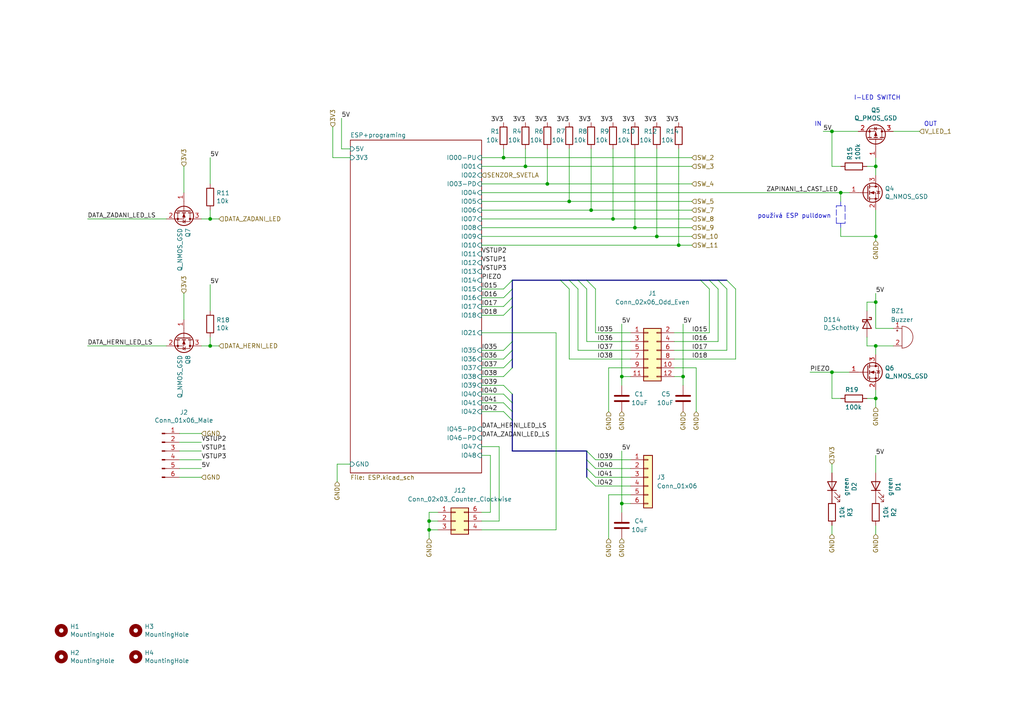
<source format=kicad_sch>
(kicad_sch (version 20211123) (generator eeschema)
  (paper "A4")
  (lib_symbols
    (symbol "Connector:Conn_01x06_Male" (pin_names (offset 1.016) hide)
      (property "Reference" "J" (at 0 7.62 0))
      (property "Value" "Conn_01x06_Male" (at 0 -10.16 0))
      (symbol "Conn_01x06_Male_1_1"
        (polyline (pts (xy 1.27 -7.62) (xy 0.8636 -7.62)) (stroke (width 0.1524)))
        (polyline (pts (xy 1.27 -5.08) (xy 0.8636 -5.08)) (stroke (width 0.1524)))
        (polyline (pts (xy 1.27 -2.54) (xy 0.8636 -2.54)) (stroke (width 0.1524)))
        (polyline (pts (xy 1.27 0) (xy 0.8636 0)) (stroke (width 0.1524)))
        (polyline (pts (xy 1.27 2.54) (xy 0.8636 2.54)) (stroke (width 0.1524)))
        (polyline (pts (xy 1.27 5.08) (xy 0.8636 5.08)) (stroke (width 0.1524)))
        (rectangle (start 0.8636 -7.493) (end 0 -7.747) (stroke (width 0.1524)) (fill (type outline)))
        (rectangle (start 0.8636 -4.953) (end 0 -5.207) (stroke (width 0.1524)) (fill (type outline)))
        (rectangle (start 0.8636 -2.413) (end 0 -2.667) (stroke (width 0.1524)) (fill (type outline)))
        (rectangle (start 0.8636 0.127) (end 0 -0.127) (stroke (width 0.1524)) (fill (type outline)))
        (rectangle (start 0.8636 2.667) (end 0 2.413) (stroke (width 0.1524)) (fill (type outline)))
        (rectangle (start 0.8636 5.207) (end 0 4.953) (stroke (width 0.1524)) (fill (type outline)))
        (pin passive line (at 5.08 5.08 180) (length 3.81) (name "Pin_1") (number "1"))
        (pin passive line (at 5.08 2.54 180) (length 3.81) (name "Pin_2") (number "2"))
        (pin passive line (at 5.08 0 180) (length 3.81) (name "Pin_3") (number "3"))
        (pin passive line (at 5.08 -2.54 180) (length 3.81) (name "Pin_4") (number "4"))
        (pin passive line (at 5.08 -5.08 180) (length 3.81) (name "Pin_5") (number "5"))
        (pin passive line (at 5.08 -7.62 180) (length 3.81) (name "Pin_6") (number "6"))
      )
    )
    (symbol "Connector_Generic:Conn_01x06" (pin_names (offset 1.016) hide)
      (property "Reference" "J" (at 0 7.62 0))
      (property "Value" "Conn_01x06" (at 0 -10.16 0))
      (symbol "Conn_01x06_1_1"
        (rectangle (start -1.27 -7.493) (end 0 -7.747) (stroke (width 0.1524)))
        (rectangle (start -1.27 -4.953) (end 0 -5.207) (stroke (width 0.1524)))
        (rectangle (start -1.27 -2.413) (end 0 -2.667) (stroke (width 0.1524)))
        (rectangle (start -1.27 0.127) (end 0 -0.127) (stroke (width 0.1524)))
        (rectangle (start -1.27 2.667) (end 0 2.413) (stroke (width 0.1524)))
        (rectangle (start -1.27 5.207) (end 0 4.953) (stroke (width 0.1524)))
        (rectangle (start -1.27 6.35) (end 1.27 -8.89) (stroke (width 0.254)) (fill (type background)))
        (pin passive line (at -5.08 5.08 0) (length 3.81) (name "Pin_1") (number "1"))
        (pin passive line (at -5.08 2.54 0) (length 3.81) (name "Pin_2") (number "2"))
        (pin passive line (at -5.08 0 0) (length 3.81) (name "Pin_3") (number "3"))
        (pin passive line (at -5.08 -2.54 0) (length 3.81) (name "Pin_4") (number "4"))
        (pin passive line (at -5.08 -5.08 0) (length 3.81) (name "Pin_5") (number "5"))
        (pin passive line (at -5.08 -7.62 0) (length 3.81) (name "Pin_6") (number "6"))
      )
    )
    (symbol "Connector_Generic:Conn_02x03_Counter_Clockwise" (pin_names (offset 1.016) hide)
      (property "Reference" "J" (at 1.27 5.08 0))
      (property "Value" "Conn_02x03_Counter_Clockwise" (at 1.27 -5.08 0))
      (symbol "Conn_02x03_Counter_Clockwise_1_1"
        (rectangle (start -1.27 -2.413) (end 0 -2.667) (stroke (width 0.1524)))
        (rectangle (start -1.27 0.127) (end 0 -0.127) (stroke (width 0.1524)))
        (rectangle (start -1.27 2.667) (end 0 2.413) (stroke (width 0.1524)))
        (rectangle (start -1.27 3.81) (end 3.81 -3.81) (stroke (width 0.254)) (fill (type background)))
        (rectangle (start 3.81 -2.413) (end 2.54 -2.667) (stroke (width 0.1524)))
        (rectangle (start 3.81 0.127) (end 2.54 -0.127) (stroke (width 0.1524)))
        (rectangle (start 3.81 2.667) (end 2.54 2.413) (stroke (width 0.1524)))
        (pin passive line (at -5.08 2.54 0) (length 3.81) (name "Pin_1") (number "1"))
        (pin passive line (at -5.08 0 0) (length 3.81) (name "Pin_2") (number "2"))
        (pin passive line (at -5.08 -2.54 0) (length 3.81) (name "Pin_3") (number "3"))
        (pin passive line (at 7.62 -2.54 180) (length 3.81) (name "Pin_4") (number "4"))
        (pin passive line (at 7.62 0 180) (length 3.81) (name "Pin_5") (number "5"))
        (pin passive line (at 7.62 2.54 180) (length 3.81) (name "Pin_6") (number "6"))
      )
    )
    (symbol "Connector_Generic:Conn_02x06_Odd_Even" (pin_names (offset 1.016) hide)
      (property "Reference" "J" (at 1.27 7.62 0))
      (property "Value" "Conn_02x06_Odd_Even" (at 1.27 -10.16 0))
      (symbol "Conn_02x06_Odd_Even_1_1"
        (rectangle (start -1.27 -7.493) (end 0 -7.747) (stroke (width 0.1524)))
        (rectangle (start -1.27 -4.953) (end 0 -5.207) (stroke (width 0.1524)))
        (rectangle (start -1.27 -2.413) (end 0 -2.667) (stroke (width 0.1524)))
        (rectangle (start -1.27 0.127) (end 0 -0.127) (stroke (width 0.1524)))
        (rectangle (start -1.27 2.667) (end 0 2.413) (stroke (width 0.1524)))
        (rectangle (start -1.27 5.207) (end 0 4.953) (stroke (width 0.1524)))
        (rectangle (start -1.27 6.35) (end 3.81 -8.89) (stroke (width 0.254)) (fill (type background)))
        (rectangle (start 3.81 -7.493) (end 2.54 -7.747) (stroke (width 0.1524)))
        (rectangle (start 3.81 -4.953) (end 2.54 -5.207) (stroke (width 0.1524)))
        (rectangle (start 3.81 -2.413) (end 2.54 -2.667) (stroke (width 0.1524)))
        (rectangle (start 3.81 0.127) (end 2.54 -0.127) (stroke (width 0.1524)))
        (rectangle (start 3.81 2.667) (end 2.54 2.413) (stroke (width 0.1524)))
        (rectangle (start 3.81 5.207) (end 2.54 4.953) (stroke (width 0.1524)))
        (pin passive line (at -5.08 5.08 0) (length 3.81) (name "Pin_1") (number "1"))
        (pin passive line (at 7.62 -5.08 180) (length 3.81) (name "Pin_10") (number "10"))
        (pin passive line (at -5.08 -7.62 0) (length 3.81) (name "Pin_11") (number "11"))
        (pin passive line (at 7.62 -7.62 180) (length 3.81) (name "Pin_12") (number "12"))
        (pin passive line (at 7.62 5.08 180) (length 3.81) (name "Pin_2") (number "2"))
        (pin passive line (at -5.08 2.54 0) (length 3.81) (name "Pin_3") (number "3"))
        (pin passive line (at 7.62 2.54 180) (length 3.81) (name "Pin_4") (number "4"))
        (pin passive line (at -5.08 0 0) (length 3.81) (name "Pin_5") (number "5"))
        (pin passive line (at 7.62 0 180) (length 3.81) (name "Pin_6") (number "6"))
        (pin passive line (at -5.08 -2.54 0) (length 3.81) (name "Pin_7") (number "7"))
        (pin passive line (at 7.62 -2.54 180) (length 3.81) (name "Pin_8") (number "8"))
        (pin passive line (at -5.08 -5.08 0) (length 3.81) (name "Pin_9") (number "9"))
      )
    )
    (symbol "Device:Buzzer" (pin_names (offset 0.0254) hide)
      (property "Reference" "BZ" (at 3.81 1.27 0))
      (property "Value" "Buzzer" (at 3.81 -1.27 0))
      (symbol "Buzzer_0_1"
        (arc (start 0 -3.175) (mid 3.175 0) (end 0 3.175))
        (polyline (pts (xy -1.651 1.905) (xy -1.143 1.905)))
        (polyline (pts (xy -1.397 2.159) (xy -1.397 1.651)))
        (polyline (pts (xy 0 3.175) (xy 0 -3.175)))
      )
      (symbol "Buzzer_1_1"
        (pin passive line (at -2.54 2.54 0) (length 2.54) (name "-") (number "1"))
        (pin passive line (at -2.54 -2.54 0) (length 2.54) (name "+") (number "2"))
      )
    )
    (symbol "Device:C" (pin_numbers hide) (pin_names (offset 0.254))
      (property "Reference" "C" (at 0.635 2.54 0))
      (property "Value" "C" (at 0.635 -2.54 0))
      (symbol "C_0_1"
        (polyline (pts (xy -2.032 -0.762) (xy 2.032 -0.762)) (stroke (width 0.508)))
        (polyline (pts (xy -2.032 0.762) (xy 2.032 0.762)) (stroke (width 0.508)))
      )
      (symbol "C_1_1"
        (pin passive line (at 0 3.81 270) (length 2.794) (name "~") (number "1"))
        (pin passive line (at 0 -3.81 90) (length 2.794) (name "~") (number "2"))
      )
    )
    (symbol "Device:D_Schottky" (pin_numbers hide) (pin_names (offset 1.016) hide)
      (property "Reference" "D" (at 0 2.54 0))
      (property "Value" "D_Schottky" (at 0 -2.54 0))
      (symbol "D_Schottky_0_1"
        (polyline (pts (xy 1.27 0) (xy -1.27 0)))
        (polyline (pts (xy 1.27 1.27) (xy 1.27 -1.27) (xy -1.27 0) (xy 1.27 1.27)) (stroke (width 0.254)))
        (polyline (pts (xy -1.905 0.635) (xy -1.905 1.27) (xy -1.27 1.27) (xy -1.27 -1.27) (xy -0.635 -1.27) (xy -0.635 -0.635)) (stroke (width 0.254)))
      )
      (symbol "D_Schottky_1_1"
        (pin passive line (at -3.81 0 0) (length 2.54) (name "K") (number "1"))
        (pin passive line (at 3.81 0 180) (length 2.54) (name "A") (number "2"))
      )
    )
    (symbol "Device:LED" (pin_numbers hide) (pin_names (offset 1.016) hide)
      (property "Reference" "D" (at 0 2.54 0))
      (property "Value" "LED" (at 0 -2.54 0))
      (symbol "LED_0_1"
        (polyline (pts (xy -1.27 -1.27) (xy -1.27 1.27)) (stroke (width 0.254)))
        (polyline (pts (xy -1.27 0) (xy 1.27 0)))
        (polyline (pts (xy 1.27 -1.27) (xy 1.27 1.27) (xy -1.27 0) (xy 1.27 -1.27)) (stroke (width 0.254)))
        (polyline (pts (xy -3.048 -0.762) (xy -4.572 -2.286) (xy -3.81 -2.286) (xy -4.572 -2.286) (xy -4.572 -1.524)))
        (polyline (pts (xy -1.778 -0.762) (xy -3.302 -2.286) (xy -2.54 -2.286) (xy -3.302 -2.286) (xy -3.302 -1.524)))
      )
      (symbol "LED_1_1"
        (pin passive line (at -3.81 0 0) (length 2.54) (name "K") (number "1"))
        (pin passive line (at 3.81 0 180) (length 2.54) (name "A") (number "2"))
      )
    )
    (symbol "Device:Q_NMOS_GSD" (pin_names (offset 0) hide)
      (property "Reference" "Q" (at 5.08 1.27 0))
      (property "Value" "Q_NMOS_GSD" (at 5.08 -1.27 0))
      (symbol "Q_NMOS_GSD_0_1"
        (polyline (pts (xy 0.254 0) (xy -2.54 0)))
        (polyline (pts (xy 0.254 1.905) (xy 0.254 -1.905)) (stroke (width 0.254)))
        (polyline (pts (xy 0.762 -1.27) (xy 0.762 -2.286)) (stroke (width 0.254)))
        (polyline (pts (xy 0.762 0.508) (xy 0.762 -0.508)) (stroke (width 0.254)))
        (polyline (pts (xy 0.762 2.286) (xy 0.762 1.27)) (stroke (width 0.254)))
        (polyline (pts (xy 2.54 2.54) (xy 2.54 1.778)))
        (polyline (pts (xy 2.54 -2.54) (xy 2.54 0) (xy 0.762 0)))
        (polyline (pts (xy 0.762 -1.778) (xy 3.302 -1.778) (xy 3.302 1.778) (xy 0.762 1.778)))
        (polyline (pts (xy 1.016 0) (xy 2.032 0.381) (xy 2.032 -0.381) (xy 1.016 0)) (fill (type outline)))
        (polyline (pts (xy 2.794 0.508) (xy 2.921 0.381) (xy 3.683 0.381) (xy 3.81 0.254)))
        (polyline (pts (xy 3.302 0.381) (xy 2.921 -0.254) (xy 3.683 -0.254) (xy 3.302 0.381)))
        (circle (center 1.651 0) (radius 2.794) (stroke (width 0.254)))
        (circle (center 2.54 -1.778) (radius 0.254) (fill (type outline)))
        (circle (center 2.54 1.778) (radius 0.254) (fill (type outline)))
      )
      (symbol "Q_NMOS_GSD_1_1"
        (pin input line (at -5.08 0 0) (length 2.54) (name "G") (number "1"))
        (pin passive line (at 2.54 -5.08 90) (length 2.54) (name "S") (number "2"))
        (pin passive line (at 2.54 5.08 270) (length 2.54) (name "D") (number "3"))
      )
    )
    (symbol "Device:Q_PMOS_GSD" (pin_names (offset 0) hide)
      (property "Reference" "Q" (at 5.08 1.27 0))
      (property "Value" "Q_PMOS_GSD" (at 5.08 -1.27 0))
      (symbol "Q_PMOS_GSD_0_1"
        (polyline (pts (xy 0.254 0) (xy -2.54 0)))
        (polyline (pts (xy 0.254 1.905) (xy 0.254 -1.905)) (stroke (width 0.254)))
        (polyline (pts (xy 0.762 -1.27) (xy 0.762 -2.286)) (stroke (width 0.254)))
        (polyline (pts (xy 0.762 0.508) (xy 0.762 -0.508)) (stroke (width 0.254)))
        (polyline (pts (xy 0.762 2.286) (xy 0.762 1.27)) (stroke (width 0.254)))
        (polyline (pts (xy 2.54 2.54) (xy 2.54 1.778)))
        (polyline (pts (xy 2.54 -2.54) (xy 2.54 0) (xy 0.762 0)))
        (polyline (pts (xy 0.762 1.778) (xy 3.302 1.778) (xy 3.302 -1.778) (xy 0.762 -1.778)))
        (polyline (pts (xy 2.286 0) (xy 1.27 0.381) (xy 1.27 -0.381) (xy 2.286 0)) (fill (type outline)))
        (polyline (pts (xy 2.794 -0.508) (xy 2.921 -0.381) (xy 3.683 -0.381) (xy 3.81 -0.254)))
        (polyline (pts (xy 3.302 -0.381) (xy 2.921 0.254) (xy 3.683 0.254) (xy 3.302 -0.381)))
        (circle (center 1.651 0) (radius 2.794) (stroke (width 0.254)))
        (circle (center 2.54 -1.778) (radius 0.254) (fill (type outline)))
        (circle (center 2.54 1.778) (radius 0.254) (fill (type outline)))
      )
      (symbol "Q_PMOS_GSD_1_1"
        (pin input line (at -5.08 0 0) (length 2.54) (name "G") (number "1"))
        (pin passive line (at 2.54 -5.08 90) (length 2.54) (name "S") (number "2"))
        (pin passive line (at 2.54 5.08 270) (length 2.54) (name "D") (number "3"))
      )
    )
    (symbol "Device:R" (pin_numbers hide) (pin_names (offset 0))
      (property "Reference" "R" (at 2.032 0 90))
      (property "Value" "R" (at 0 0 90))
      (symbol "R_0_1"
        (rectangle (start -1.016 -2.54) (end 1.016 2.54) (stroke (width 0.254)))
      )
      (symbol "R_1_1"
        (pin passive line (at 0 3.81 270) (length 1.27) (name "~") (number "1"))
        (pin passive line (at 0 -3.81 90) (length 1.27) (name "~") (number "2"))
      )
    )
    (symbol "Mechanical:MountingHole" (pin_names (offset 1.016))
      (property "Reference" "H" (at 0 5.08 0))
      (property "Value" "MountingHole" (at 0 3.175 0))
      (symbol "MountingHole_0_1"
        (circle (center 0 0) (radius 1.27) (stroke (width 1.27)))
      )
    )
  )
  (junction (at 146.05 45.72))
  (junction (at 124.46 153.67))
  (junction (at 190.5 68.58))
  (junction (at 254 87.63))
  (junction (at 60.96 100.33))
  (junction (at 177.8 63.5))
  (junction (at 158.75 53.34))
  (junction (at 198.12 109.22))
  (junction (at 254 100.33))
  (junction (at 165.1 58.42))
  (junction (at 196.85 71.12))
  (junction (at 60.96 63.5))
  (junction (at 184.15 66.04))
  (junction (at 124.46 151.13))
  (junction (at 254 68.58))
  (junction (at 171.45 60.96))
  (junction (at 180.34 146.05))
  (junction (at 180.34 109.22))
  (junction (at 152.4 48.26))
  (junction (at 243.84 55.88))
  (junction (at 254 115.57))
  (junction (at 241.3 38.1))
  (junction (at 254 48.26))
  (junction (at 241.3 107.95))
  (bus_entry (at 165.1 83.82) (size -2.54 -2.54))
  (bus_entry (at 208.28 83.82) (size -2.54 -2.54))
  (bus_entry (at 148.59 114.3) (size -2.54 -2.54))
  (bus_entry (at 170.18 130.81) (size 2.54 2.54))
  (bus_entry (at 205.74 83.82) (size -2.54 -2.54))
  (bus_entry (at 210.82 83.82) (size -2.54 -2.54))
  (bus_entry (at 146.05 109.22) (size 2.54 -2.54))
  (bus_entry (at 146.05 101.6) (size 2.54 -2.54))
  (bus_entry (at 146.05 106.68) (size 2.54 -2.54))
  (bus_entry (at 146.05 104.14) (size 2.54 -2.54))
  (bus_entry (at 146.05 83.82) (size 2.54 -2.54))
  (bus_entry (at 146.05 86.36) (size 2.54 -2.54))
  (bus_entry (at 146.05 88.9) (size 2.54 -2.54))
  (bus_entry (at 146.05 91.44) (size 2.54 -2.54))
  (bus_entry (at 170.18 138.43) (size 2.54 2.54))
  (bus_entry (at 170.18 135.89) (size 2.54 2.54))
  (bus_entry (at 148.59 121.92) (size -2.54 -2.54))
  (bus_entry (at 213.36 83.82) (size -2.54 -2.54))
  (bus_entry (at 148.59 116.84) (size -2.54 -2.54))
  (bus_entry (at 148.59 119.38) (size -2.54 -2.54))
  (bus_entry (at 170.18 133.35) (size 2.54 2.54))
  (bus_entry (at 167.64 83.82) (size -2.54 -2.54))
  (bus_entry (at 172.72 83.82) (size -2.54 -2.54))
  (bus_entry (at 170.18 83.82) (size -2.54 -2.54))
  (wire (pts (xy 139.7 63.5) (xy 177.8 63.5)))
  (wire (pts (xy 99.06 43.18) (xy 101.6 43.18)))
  (wire (pts (xy 243.84 66.04) (xy 243.84 68.58)))
  (wire (pts (xy 198.12 93.98) (xy 198.12 109.22)))
  (wire (pts (xy 243.84 58.42) (xy 243.84 55.88)))
  (bus (pts (xy 148.59 99.06) (xy 148.59 88.9)))
  (wire (pts (xy 161.29 96.52) (xy 139.7 96.52)))
  (wire (pts (xy 97.79 139.7) (xy 97.79 134.62)))
  (wire (pts (xy 243.84 68.58) (xy 254 68.58)))
  (wire (pts (xy 139.7 111.76) (xy 146.05 111.76)))
  (wire (pts (xy 167.64 101.6) (xy 182.88 101.6)))
  (wire (pts (xy 139.7 109.22) (xy 146.05 109.22)))
  (wire (pts (xy 251.46 100.33) (xy 254 100.33)))
  (bus (pts (xy 170.18 81.28) (xy 167.64 81.28)))
  (wire (pts (xy 254 68.58) (xy 254 69.85)))
  (wire (pts (xy 190.5 43.18) (xy 190.5 68.58)))
  (wire (pts (xy 241.3 38.1) (xy 248.92 38.1)))
  (wire (pts (xy 97.79 134.62) (xy 101.6 134.62)))
  (wire (pts (xy 139.7 148.59) (xy 142.24 148.59)))
  (wire (pts (xy 172.72 138.43) (xy 182.88 138.43)))
  (wire (pts (xy 170.18 99.06) (xy 170.18 83.82)))
  (wire (pts (xy 184.15 66.04) (xy 200.66 66.04)))
  (wire (pts (xy 254 48.26) (xy 254 50.8)))
  (wire (pts (xy 200.66 71.12) (xy 196.85 71.12)))
  (bus (pts (xy 203.2 81.28) (xy 170.18 81.28)))
  (wire (pts (xy 161.29 153.67) (xy 161.29 96.52)))
  (wire (pts (xy 124.46 148.59) (xy 124.46 151.13)))
  (wire (pts (xy 254 115.57) (xy 254 113.03)))
  (wire (pts (xy 139.7 116.84) (xy 146.05 116.84)))
  (wire (pts (xy 152.4 48.26) (xy 139.7 48.26)))
  (polyline (pts (xy 242.57 59.69) (xy 245.11 59.69)))
  (bus (pts (xy 170.18 135.89) (xy 170.18 138.43)))
  (wire (pts (xy 196.85 43.18) (xy 196.85 71.12)))
  (wire (pts (xy 254 60.96) (xy 254 68.58)))
  (wire (pts (xy 139.7 45.72) (xy 146.05 45.72)))
  (wire (pts (xy 139.7 106.68) (xy 146.05 106.68)))
  (wire (pts (xy 254 45.72) (xy 254 48.26)))
  (wire (pts (xy 195.58 99.06) (xy 208.28 99.06)))
  (wire (pts (xy 142.24 148.59) (xy 142.24 132.08)))
  (wire (pts (xy 58.42 128.27) (xy 52.07 128.27)))
  (wire (pts (xy 254 95.25) (xy 259.08 95.25)))
  (bus (pts (xy 167.64 81.28) (xy 165.1 81.28)))
  (wire (pts (xy 176.53 156.21) (xy 176.53 143.51)))
  (wire (pts (xy 139.7 114.3) (xy 146.05 114.3)))
  (wire (pts (xy 52.07 130.81) (xy 58.42 130.81)))
  (wire (pts (xy 139.7 83.82) (xy 146.05 83.82)))
  (polyline (pts (xy 243.84 64.77) (xy 245.11 64.77)))
  (wire (pts (xy 158.75 53.34) (xy 139.7 53.34)))
  (wire (pts (xy 195.58 104.14) (xy 213.36 104.14)))
  (wire (pts (xy 176.53 106.68) (xy 176.53 119.38)))
  (wire (pts (xy 180.34 130.81) (xy 180.34 146.05)))
  (wire (pts (xy 124.46 148.59) (xy 127 148.59)))
  (bus (pts (xy 148.59 83.82) (xy 148.59 81.28)))
  (wire (pts (xy 25.4 100.33) (xy 48.26 100.33)))
  (wire (pts (xy 172.72 135.89) (xy 182.88 135.89)))
  (wire (pts (xy 251.46 90.17) (xy 251.46 87.63)))
  (wire (pts (xy 177.8 43.18) (xy 177.8 63.5)))
  (wire (pts (xy 254 154.94) (xy 254 152.4)))
  (wire (pts (xy 241.3 154.94) (xy 241.3 152.4)))
  (wire (pts (xy 139.7 86.36) (xy 146.05 86.36)))
  (wire (pts (xy 254 85.09) (xy 254 87.63)))
  (wire (pts (xy 170.18 99.06) (xy 182.88 99.06)))
  (wire (pts (xy 241.3 48.26) (xy 243.84 48.26)))
  (wire (pts (xy 165.1 43.18) (xy 165.1 58.42)))
  (wire (pts (xy 146.05 43.18) (xy 146.05 45.72)))
  (wire (pts (xy 165.1 104.14) (xy 165.1 83.82)))
  (wire (pts (xy 208.28 99.06) (xy 208.28 83.82)))
  (wire (pts (xy 180.34 109.22) (xy 182.88 109.22)))
  (wire (pts (xy 251.46 87.63) (xy 254 87.63)))
  (wire (pts (xy 53.34 48.26) (xy 53.34 55.88)))
  (wire (pts (xy 241.3 107.95) (xy 246.38 107.95)))
  (wire (pts (xy 139.7 91.44) (xy 146.05 91.44)))
  (wire (pts (xy 172.72 140.97) (xy 182.88 140.97)))
  (wire (pts (xy 139.7 66.04) (xy 184.15 66.04)))
  (wire (pts (xy 200.66 58.42) (xy 165.1 58.42)))
  (wire (pts (xy 124.46 151.13) (xy 127 151.13)))
  (wire (pts (xy 60.96 53.34) (xy 60.96 45.72)))
  (bus (pts (xy 148.59 104.14) (xy 148.59 101.6)))
  (wire (pts (xy 205.74 83.82) (xy 205.74 96.52)))
  (polyline (pts (xy 242.57 64.77) (xy 242.57 59.69)))
  (wire (pts (xy 198.12 109.22) (xy 198.12 111.76)))
  (polyline (pts (xy 245.11 59.69) (xy 245.11 64.77)))
  (wire (pts (xy 158.75 43.18) (xy 158.75 53.34)))
  (bus (pts (xy 170.18 133.35) (xy 170.18 135.89)))
  (wire (pts (xy 172.72 83.82) (xy 172.72 96.52)))
  (wire (pts (xy 25.4 63.5) (xy 48.26 63.5)))
  (wire (pts (xy 254 102.87) (xy 254 100.33)))
  (wire (pts (xy 251.46 97.79) (xy 251.46 100.33)))
  (wire (pts (xy 165.1 104.14) (xy 182.88 104.14)))
  (wire (pts (xy 254 115.57) (xy 254 118.11)))
  (wire (pts (xy 254 100.33) (xy 259.08 100.33)))
  (bus (pts (xy 148.59 114.3) (xy 148.59 116.84)))
  (wire (pts (xy 195.58 101.6) (xy 210.82 101.6)))
  (wire (pts (xy 238.76 38.1) (xy 241.3 38.1)))
  (wire (pts (xy 146.05 45.72) (xy 200.66 45.72)))
  (wire (pts (xy 195.58 96.52) (xy 205.74 96.52)))
  (wire (pts (xy 180.34 109.22) (xy 180.34 111.76)))
  (wire (pts (xy 52.07 135.89) (xy 58.42 135.89)))
  (wire (pts (xy 200.66 53.34) (xy 158.75 53.34)))
  (wire (pts (xy 190.5 68.58) (xy 139.7 68.58)))
  (wire (pts (xy 152.4 43.18) (xy 152.4 48.26)))
  (bus (pts (xy 210.82 81.28) (xy 208.28 81.28)))
  (bus (pts (xy 148.59 130.81) (xy 170.18 130.81)))
  (wire (pts (xy 52.07 125.73) (xy 58.42 125.73)))
  (wire (pts (xy 144.78 129.54) (xy 144.78 151.13)))
  (wire (pts (xy 196.85 71.12) (xy 139.7 71.12)))
  (wire (pts (xy 241.3 38.1) (xy 241.3 48.26)))
  (wire (pts (xy 139.7 55.88) (xy 243.84 55.88)))
  (bus (pts (xy 148.59 116.84) (xy 148.59 119.38)))
  (wire (pts (xy 60.96 97.79) (xy 60.96 100.33)))
  (wire (pts (xy 60.96 60.96) (xy 60.96 63.5)))
  (wire (pts (xy 200.66 68.58) (xy 190.5 68.58)))
  (wire (pts (xy 201.93 119.38) (xy 201.93 106.68)))
  (wire (pts (xy 259.08 38.1) (xy 266.7 38.1)))
  (wire (pts (xy 251.46 115.57) (xy 254 115.57)))
  (wire (pts (xy 210.82 83.82) (xy 210.82 101.6)))
  (wire (pts (xy 213.36 104.14) (xy 213.36 83.82)))
  (wire (pts (xy 53.34 85.09) (xy 53.34 92.71)))
  (wire (pts (xy 180.34 146.05) (xy 180.34 148.59)))
  (wire (pts (xy 165.1 58.42) (xy 139.7 58.42)))
  (wire (pts (xy 60.96 63.5) (xy 63.5 63.5)))
  (wire (pts (xy 198.12 109.22) (xy 195.58 109.22)))
  (bus (pts (xy 148.59 106.68) (xy 148.59 104.14)))
  (polyline (pts (xy 243.84 66.04) (xy 243.84 64.77)))
  (bus (pts (xy 148.59 88.9) (xy 148.59 86.36)))
  (wire (pts (xy 254 87.63) (xy 254 95.25)))
  (bus (pts (xy 208.28 81.28) (xy 205.74 81.28)))
  (bus (pts (xy 165.1 81.28) (xy 162.56 81.28)))
  (bus (pts (xy 148.59 119.38) (xy 148.59 121.92)))
  (wire (pts (xy 171.45 60.96) (xy 139.7 60.96)))
  (wire (pts (xy 96.52 45.72) (xy 101.6 45.72)))
  (wire (pts (xy 142.24 132.08) (xy 139.7 132.08)))
  (wire (pts (xy 60.96 100.33) (xy 58.42 100.33)))
  (wire (pts (xy 139.7 153.67) (xy 161.29 153.67)))
  (wire (pts (xy 172.72 133.35) (xy 182.88 133.35)))
  (wire (pts (xy 254 137.16) (xy 254 132.08)))
  (wire (pts (xy 124.46 153.67) (xy 124.46 156.21)))
  (wire (pts (xy 124.46 151.13) (xy 124.46 153.67)))
  (wire (pts (xy 201.93 106.68) (xy 195.58 106.68)))
  (wire (pts (xy 139.7 119.38) (xy 146.05 119.38)))
  (wire (pts (xy 172.72 96.52) (xy 182.88 96.52)))
  (wire (pts (xy 177.8 63.5) (xy 200.66 63.5)))
  (polyline (pts (xy 243.84 64.77) (xy 242.57 64.77)))
  (wire (pts (xy 58.42 133.35) (xy 52.07 133.35)))
  (bus (pts (xy 148.59 101.6) (xy 148.59 99.06)))
  (wire (pts (xy 171.45 43.18) (xy 171.45 60.96)))
  (wire (pts (xy 200.66 48.26) (xy 152.4 48.26)))
  (wire (pts (xy 139.7 104.14) (xy 146.05 104.14)))
  (bus (pts (xy 205.74 81.28) (xy 203.2 81.28)))
  (wire (pts (xy 246.38 55.88) (xy 243.84 55.88)))
  (wire (pts (xy 60.96 100.33) (xy 63.5 100.33)))
  (bus (pts (xy 148.59 81.28) (xy 162.56 81.28)))
  (wire (pts (xy 60.96 90.17) (xy 60.96 82.55)))
  (wire (pts (xy 180.34 93.98) (xy 180.34 109.22)))
  (bus (pts (xy 148.59 121.92) (xy 148.59 130.81)))
  (wire (pts (xy 139.7 88.9) (xy 146.05 88.9)))
  (polyline (pts (xy 243.84 58.42) (xy 243.84 59.69)))
  (wire (pts (xy 243.84 115.57) (xy 241.3 115.57)))
  (wire (pts (xy 180.34 146.05) (xy 182.88 146.05)))
  (wire (pts (xy 96.52 36.83) (xy 96.52 45.72)))
  (wire (pts (xy 99.06 34.29) (xy 99.06 43.18)))
  (wire (pts (xy 200.66 60.96) (xy 171.45 60.96)))
  (wire (pts (xy 176.53 143.51) (xy 182.88 143.51)))
  (bus (pts (xy 170.18 130.81) (xy 170.18 133.35)))
  (wire (pts (xy 184.15 43.18) (xy 184.15 66.04)))
  (wire (pts (xy 182.88 106.68) (xy 176.53 106.68)))
  (wire (pts (xy 58.42 138.43) (xy 52.07 138.43)))
  (wire (pts (xy 241.3 134.62) (xy 241.3 137.16)))
  (bus (pts (xy 148.59 86.36) (xy 148.59 83.82)))
  (wire (pts (xy 241.3 115.57) (xy 241.3 107.95)))
  (wire (pts (xy 251.46 48.26) (xy 254 48.26)))
  (wire (pts (xy 234.95 107.95) (xy 241.3 107.95)))
  (wire (pts (xy 144.78 151.13) (xy 139.7 151.13)))
  (wire (pts (xy 139.7 129.54) (xy 144.78 129.54)))
  (wire (pts (xy 127 153.67) (xy 124.46 153.67)))
  (wire (pts (xy 167.64 83.82) (xy 167.64 101.6)))
  (wire (pts (xy 139.7 101.6) (xy 146.05 101.6)))
  (wire (pts (xy 60.96 63.5) (xy 58.42 63.5)))
  (text "I-LED SWITCH" (at 247.65 29.21 0) (effects (font (size 1.27 1.27)) (justify left bottom)))
  (text "OUT\n" (at 267.97 36.83 0) (effects (font (size 1.27 1.27)) (justify left bottom)))
  (text "IN\n" (at 236.22 36.83 0) (effects (font (size 1.27 1.27)) (justify left bottom)))
  (text "používá ESP pulldown" (at 219.71 63.5 0) (effects (font (size 1.27 1.27)) (justify left bottom)))
  (label "3V3" (at 177.8 35.56 180))
  (label "3V3" (at 165.1 35.56 180))
  (label "VSTUP1" (at 139.7 76.2 0))
  (label "VSTUP3" (at 139.7 78.74 0))
  (label "IO37" (at 139.7 106.68 0))
  (label "5V" (at 180.34 130.81 0))
  (label "VSTUP1" (at 58.42 130.81 0))
  (label "5V" (at 254 85.09 0))
  (label "IO41" (at 177.8 138.43 180))
  (label "IO18" (at 200.66 104.14 0))
  (label "IO39" (at 177.8 133.35 180))
  (label "IO17" (at 139.7 88.9 0))
  (label "3V3" (at 184.15 35.56 180))
  (label "IO41" (at 139.7 116.84 0))
  (label "3V3" (at 190.5 35.56 180))
  (label "IO37" (at 177.8 101.6 180))
  (label "IO39" (at 139.7 111.76 0))
  (label "5V" (at 238.76 38.1 0))
  (label "IO18" (at 139.7 91.44 0))
  (label "VSTUP3" (at 58.42 133.35 0))
  (label "IO38" (at 177.8 104.14 180))
  (label "5V" (at 198.12 93.98 0))
  (label "IO15" (at 200.66 96.52 0))
  (label "IO15" (at 139.7 83.82 0))
  (label "IO36" (at 139.7 104.14 0))
  (label "3V3" (at 146.05 35.56 180))
  (label "3V3" (at 158.75 35.56 180))
  (label "5V" (at 58.42 135.89 0))
  (label "IO16" (at 200.66 99.06 0))
  (label "DATA_ZADANI_LED_LS" (at 139.7 127 0))
  (label "ZAPINANI_1_CAST_LED" (at 222.25 55.88 0))
  (label "3V3" (at 152.4 35.56 180))
  (label "DATA_HERNI_LED_LS" (at 25.4 100.33 0))
  (label "PIEZO" (at 234.95 107.95 0))
  (label "IO36" (at 177.8 99.06 180))
  (label "5V" (at 99.06 34.29 0))
  (label "IO40" (at 139.7 114.3 0))
  (label "5V" (at 60.96 45.72 0))
  (label "IO35" (at 139.7 101.6 0))
  (label "IO38" (at 139.7 109.22 0))
  (label "DATA_HERNI_LED_LS" (at 139.7 124.46 0))
  (label "5V" (at 180.34 93.98 0))
  (label "IO42" (at 177.8 140.97 180))
  (label "3V3" (at 171.45 35.56 180))
  (label "DATA_ZADANI_LED_LS" (at 25.4 63.5 0))
  (label "IO35" (at 177.8 96.52 180))
  (label "IO42" (at 139.7 119.38 0))
  (label "PIEZO" (at 139.7 81.28 0))
  (label "VSTUP2" (at 139.7 73.66 0))
  (label "3V3" (at 196.85 35.56 180))
  (label "5V" (at 60.96 82.55 0))
  (label "IO16" (at 139.7 86.36 0))
  (label "5V" (at 254 132.08 0))
  (label "VSTUP2" (at 58.42 128.27 0))
  (label "IO40" (at 177.8 135.89 180))
  (label "IO17" (at 200.66 101.6 0))
  (hierarchical_label "DATA_ZADANI_LED" (shape input) (at 63.5 63.5 0))
  (hierarchical_label "GND" (shape input) (at 124.46 156.21 270))
  (hierarchical_label "GND" (shape input) (at 254 154.94 270))
  (hierarchical_label "SW_7" (shape input) (at 200.66 60.96 0))
  (hierarchical_label "DATA_HERNI_LED" (shape input) (at 63.5 100.33 0))
  (hierarchical_label "3V3" (shape input) (at 241.3 134.62 90))
  (hierarchical_label "GND" (shape input) (at 176.53 156.21 270))
  (hierarchical_label "GND" (shape input) (at 180.34 119.38 270))
  (hierarchical_label "SW_3" (shape input) (at 200.66 48.26 0))
  (hierarchical_label "GND" (shape input) (at 97.79 139.7 270))
  (hierarchical_label "3V3" (shape input) (at 96.52 36.83 90))
  (hierarchical_label "SENZOR_SVETLA" (shape input) (at 139.7 50.8 0))
  (hierarchical_label "SW_9" (shape input) (at 200.66 66.04 0))
  (hierarchical_label "GND" (shape input) (at 241.3 154.94 270))
  (hierarchical_label "GND" (shape input) (at 58.42 138.43 0))
  (hierarchical_label "SW_5" (shape input) (at 200.66 58.42 0))
  (hierarchical_label "SW_11" (shape input) (at 200.66 71.12 0))
  (hierarchical_label "GND" (shape input) (at 254 118.11 270))
  (hierarchical_label "GND" (shape input) (at 180.34 156.21 270))
  (hierarchical_label "GND" (shape input) (at 198.12 119.38 270))
  (hierarchical_label "3V3" (shape input) (at 53.34 48.26 90))
  (hierarchical_label "SW_4" (shape input) (at 200.66 53.34 0))
  (hierarchical_label "GND" (shape input) (at 254 69.85 270))
  (hierarchical_label "GND" (shape input) (at 201.93 119.38 270))
  (hierarchical_label "GND" (shape input) (at 176.53 119.38 270))
  (hierarchical_label "V_LED_1" (shape input) (at 266.7 38.1 0))
  (hierarchical_label "SW_2" (shape input) (at 200.66 45.72 0))
  (hierarchical_label "GND" (shape input) (at 58.42 125.73 0))
  (hierarchical_label "SW_10" (shape input) (at 200.66 68.58 0))
  (hierarchical_label "SW_8" (shape input) (at 200.66 63.5 0))
  (hierarchical_label "3V3" (shape input) (at 53.34 85.09 90))
  (symbol (lib_id "Device:Buzzer") (at 261.62 97.79 0) (unit 1)
    (property "Reference" "BZ1" (at 260.35 90.17 0))
    (property "Value" "Buzzer" (at 261.62 92.71 0))
    (property "Footprint" "my_library:PIEZO" (effects hide))
    (property "LCSC" "ručně" (effects hide))
  )
  (symbol (lib_id "Device:Q_NMOS_GSD") (at 251.46 107.95 0) (unit 1)
    (property "Reference" "Q6" (at 256.6416 106.7816 0) (effects (justify left)))
    (property "Value" "Q_NMOS_GSD" (at 256.6416 109.093 0) (effects (justify left)))
    (property "Footprint" "Package_TO_SOT_SMD:SOT-23" (effects hide))
    (property "LCSC" "C8545" (effects hide))
    (property "JLCPCB_CORRECTION" "0;0;180" (effects hide))
  )
  (symbol (lib_id "Mechanical:MountingHole") (at 17.78 190.5 0) (unit 1)
    (property "Reference" "H2" (at 20.32 189.3316 0) (effects (justify left)))
    (property "Value" "MountingHole" (at 20.32 191.643 0) (effects (justify left)))
    (property "Footprint" "MountingHole:MountingHole_3.2mm_M3_DIN965_Pad" (effects hide))
    (property "LCSC" "-" (effects hide))
    (property "JLCPCB_CORRECTION" "0;0;0" (effects hide))
  )
  (symbol (lib_id "Mechanical:MountingHole") (at 39.37 190.5 0) (unit 1)
    (property "Reference" "H4" (at 41.91 189.3316 0) (effects (justify left)))
    (property "Value" "MountingHole" (at 41.91 191.643 0) (effects (justify left)))
    (property "Footprint" "MountingHole:MountingHole_3.2mm_M3_DIN965_Pad" (effects hide))
    (property "LCSC" "-" (effects hide))
    (property "JLCPCB_CORRECTION" "0;0;0" (effects hide))
  )
  (symbol (lib_id "Mechanical:MountingHole") (at 39.37 182.88 0) (unit 1)
    (property "Reference" "H3" (at 41.91 181.7116 0) (effects (justify left)))
    (property "Value" "MountingHole" (at 41.91 184.023 0) (effects (justify left)))
    (property "Footprint" "MountingHole:MountingHole_3.2mm_M3_DIN965_Pad" (effects hide))
    (property "LCSC" "-" (effects hide))
    (property "JLCPCB_CORRECTION" "0;0;0" (effects hide))
  )
  (symbol (lib_id "Mechanical:MountingHole") (at 17.78 182.88 0) (unit 1)
    (property "Reference" "H1" (at 20.32 181.7116 0) (effects (justify left)))
    (property "Value" "MountingHole" (at 20.32 184.023 0) (effects (justify left)))
    (property "Footprint" "MountingHole:MountingHole_3.2mm_M3_DIN965_Pad" (effects hide))
    (property "LCSC" "-" (effects hide))
    (property "JLCPCB_CORRECTION" "0;0;0" (effects hide))
  )
  (symbol (lib_id "Device:LED") (at 254 140.97 90) (unit 1)
    (property "Reference" "D1" (at 260.477 141.1478 0))
    (property "Value" "green" (at 258.1656 141.1478 0))
    (property "Footprint" "LED_SMD:LED_0603_1608Metric" (effects hide))
    (property "LCSC" "C72043" (effects hide))
    (property "JLCPCB_CORRECTION" "0;0;0" (effects hide))
  )
  (symbol (lib_id "Device:R") (at 254 148.59 180) (unit 1)
    (property "Reference" "R2" (at 259.2578 148.59 90))
    (property "Value" "10k" (at 256.9464 148.59 90))
    (property "Footprint" "Resistor_SMD:R_0402_1005Metric" (effects hide))
    (property "LCSC" "C25744" (effects hide))
    (property "JLCPCB_CORRECTION" "0;0;0" (effects hide))
  )
  (symbol (lib_id "Device:LED") (at 241.3 140.97 90) (unit 1)
    (property "Reference" "D2" (at 247.777 141.1478 0))
    (property "Value" "green" (at 245.4656 141.1478 0))
    (property "Footprint" "LED_SMD:LED_0603_1608Metric" (effects hide))
    (property "LCSC" "C72043" (effects hide))
    (property "JLCPCB_CORRECTION" "0;0;0" (effects hide))
  )
  (symbol (lib_id "Device:R") (at 241.3 148.59 180) (unit 1)
    (property "Reference" "R3" (at 246.5578 148.59 90))
    (property "Value" "10k" (at 244.2464 148.59 90))
    (property "Footprint" "Resistor_SMD:R_0402_1005Metric" (effects hide))
    (property "LCSC" "C25744" (effects hide))
    (property "JLCPCB_CORRECTION" "0;0;0" (effects hide))
  )
  (symbol (lib_id "Device:R") (at 247.65 115.57 270) (unit 1)
    (property "Reference" "R19" (at 245.11 113.03 90) (effects (justify left)))
    (property "Value" "100k" (at 245.11 118.11 90) (effects (justify left)))
    (property "Footprint" "Resistor_SMD:R_0402_1005Metric" (effects hide))
    (property "LCSC" "C25741" (effects hide))
    (property "JLCPCB_CORRECTION" "0;0;0" (effects hide))
  )
  (symbol (lib_id "Device:D_Schottky") (at 251.46 93.98 270) (unit 1)
    (property "Reference" "D114" (at 238.76 92.71 90) (effects (justify left)))
    (property "Value" "D_Schottky" (at 238.76 95.0214 90) (effects (justify left)))
    (property "Footprint" "Diode_SMD:D_SOD-123" (effects hide))
    (property "JLCPCB_CORRECTION" "0;0;0" (effects hide))
    (property "LCSC" "C8598" (effects hide))
  )
  (symbol (lib_id "Device:R") (at 247.65 48.26 90) (unit 1)
    (property "Reference" "R15" (at 246.4816 46.482 0) (effects (justify left)))
    (property "Value" "100k" (at 248.793 46.482 0) (effects (justify left)))
    (property "Footprint" "Resistor_SMD:R_0402_1005Metric" (effects hide))
    (property "LCSC" "C25741" (effects hide))
    (property "JLCPCB_CORRECTION" "0;0;0" (effects hide))
  )
  (symbol (lib_id "Device:Q_PMOS_GSD") (at 254 40.64 270) (mirror x) (unit 1)
    (property "Reference" "Q5" (at 254 31.9532 90))
    (property "Value" "Q_PMOS_GSD" (at 254 34.2646 90))
    (property "Footprint" "Package_TO_SOT_SMD:SOT-23" (effects hide))
    (property "LCSC" "C15127" (effects hide))
    (property "JLCPCB_CORRECTION" "0;0;180" (effects hide))
  )
  (symbol (lib_id "Device:Q_NMOS_GSD") (at 251.46 55.88 0) (unit 1)
    (property "Reference" "Q4" (at 256.6416 54.7116 0) (effects (justify left)))
    (property "Value" "Q_NMOS_GSD" (at 256.6416 57.023 0) (effects (justify left)))
    (property "Footprint" "Package_TO_SOT_SMD:SOT-23" (effects hide))
    (property "LCSC" "C8545" (effects hide))
    (property "JLCPCB_CORRECTION" "0;0;180" (effects hide))
  )
  (symbol (lib_id "Device:Q_NMOS_GSD") (at 53.34 60.96 270) (unit 1)
    (property "Reference" "Q7" (at 54.5084 66.1416 0) (effects (justify left)))
    (property "Value" "Q_NMOS_GSD" (at 52.197 66.1416 0) (effects (justify left)))
    (property "Footprint" "Package_TO_SOT_SMD:SOT-23" (effects hide))
    (property "LCSC" "C8545" (effects hide))
    (property "JLCPCB_CORRECTION" "0;0;180" (effects hide))
  )
  (symbol (lib_id "Device:R") (at 60.96 57.15 0) (unit 1)
    (property "Reference" "R11" (at 62.738 55.9816 0) (effects (justify left)))
    (property "Value" "10k" (at 62.738 58.293 0) (effects (justify left)))
    (property "Footprint" "Resistor_SMD:R_0402_1005Metric" (effects hide))
    (property "LCSC" "C25744" (effects hide))
    (property "JLCPCB_CORRECTION" "0;0;0" (effects hide))
  )
  (symbol (lib_id "Connector:Conn_01x06_Male") (at 46.99 130.81 0) (unit 1)
    (property "Reference" "J2" (at 53.34 119.6086 0))
    (property "Value" "Conn_01x06_Male" (at 53.34 121.92 0))
    (property "Footprint" "Connector_JST:JST_PH_S6B-PH-K_1x06_P2.00mm_Horizontal" (effects hide))
    (property "LCSC" "ručně" (effects hide))
    (property "JLCPCB_CORRECTION" "0;0;0" (effects hide))
  )
  (symbol (lib_id "Device:Q_NMOS_GSD") (at 53.34 97.79 270) (unit 1)
    (property "Reference" "Q8" (at 54.5084 102.9716 0) (effects (justify left)))
    (property "Value" "Q_NMOS_GSD" (at 52.197 102.9716 0) (effects (justify left)))
    (property "Footprint" "Package_TO_SOT_SMD:SOT-23" (effects hide))
    (property "LCSC" "C8545" (effects hide))
    (property "JLCPCB_CORRECTION" "0;0;180" (effects hide))
  )
  (symbol (lib_id "Device:R") (at 60.96 93.98 0) (unit 1)
    (property "Reference" "R18" (at 62.738 92.8116 0) (effects (justify left)))
    (property "Value" "10k" (at 62.738 95.123 0) (effects (justify left)))
    (property "Footprint" "Resistor_SMD:R_0402_1005Metric" (effects hide))
    (property "LCSC" "C25744" (effects hide))
    (property "JLCPCB_CORRECTION" "0;0;0" (effects hide))
  )
  (symbol (lib_id "Device:R") (at 177.8 39.37 0) (unit 1)
    (property "Reference" "R9" (at 173.99 38.1 0) (effects (justify left)))
    (property "Value" "10k" (at 172.72 40.64 0) (effects (justify left)))
    (property "Footprint" "Resistor_SMD:R_0402_1005Metric" (effects hide))
    (property "LCSC" "C25744" (effects hide))
    (property "JLCPCB_CORRECTION" "0;0;0" (effects hide))
  )
  (symbol (lib_id "Device:R") (at 165.1 39.37 0) (unit 1)
    (property "Reference" "R7" (at 161.29 38.1 0) (effects (justify left)))
    (property "Value" "10k" (at 160.02 40.64 0) (effects (justify left)))
    (property "Footprint" "Resistor_SMD:R_0402_1005Metric" (effects hide))
    (property "LCSC" "C25744" (effects hide))
    (property "JLCPCB_CORRECTION" "0;0;0" (effects hide))
  )
  (symbol (lib_id "Connector_Generic:Conn_02x06_Odd_Even") (at 187.96 101.6 0) (unit 1)
    (property "Reference" "J1" (at 189.23 85.09 0))
    (property "Value" "Conn_02x06_Odd_Even" (at 189.23 87.63 0))
    (property "Footprint" "Connector_PinSocket_2.54mm:PinSocket_2x06_P2.54mm_Vertical" (effects hide))
  )
  (symbol (lib_id "Device:C") (at 198.12 115.57 0) (unit 1)
    (property "Reference" "C5" (at 191.77 114.3 0) (effects (justify left)))
    (property "Value" "10uF" (at 190.5 116.84 0) (effects (justify left)))
    (property "Footprint" "Capacitor_SMD:C_0603_1608Metric" (effects hide))
    (property "LCSC" "C96446" (effects hide))
    (property "Basic/Extended" "B" (effects hide))
  )
  (symbol (lib_id "Device:R") (at 152.4 39.37 0) (unit 1)
    (property "Reference" "R4" (at 148.59 38.1 0) (effects (justify left)))
    (property "Value" "10k" (at 147.32 40.64 0) (effects (justify left)))
    (property "Footprint" "Resistor_SMD:R_0402_1005Metric" (effects hide))
    (property "LCSC" "C25744" (effects hide))
    (property "JLCPCB_CORRECTION" "0;0;0" (effects hide))
  )
  (symbol (lib_id "Device:C") (at 180.34 115.57 0) (mirror y) (unit 1)
    (property "Reference" "C1" (at 186.69 114.3 0) (effects (justify left)))
    (property "Value" "10uF" (at 187.96 116.84 0) (effects (justify left)))
    (property "Footprint" "Capacitor_SMD:C_0603_1608Metric" (effects hide))
    (property "LCSC" "C96446" (effects hide))
    (property "Basic/Extended" "B" (effects hide))
  )
  (symbol (lib_id "Connector_Generic:Conn_01x06") (at 187.96 138.43 0) (unit 1)
    (property "Reference" "J3" (at 190.5 138.4299 0) (effects (justify left)))
    (property "Value" "Conn_01x06" (at 190.5 140.9699 0) (effects (justify left)))
    (property "Footprint" "Connector_PinSocket_2.54mm:PinSocket_1x06_P2.54mm_Vertical" (effects hide))
  )
  (symbol (lib_id "Connector_Generic:Conn_02x03_Counter_Clockwise") (at 132.08 151.13 0) (unit 1)
    (property "Reference" "J12" (at 133.35 142.24 0))
    (property "Value" "Conn_02x03_Counter_Clockwise" (at 133.35 144.78 0))
    (property "Footprint" "Connector_PinSocket_2.54mm:PinSocket_2x03_P2.54mm_Vertical" (effects hide))
  )
  (symbol (lib_id "Device:R") (at 184.15 39.37 0) (unit 1)
    (property "Reference" "R10" (at 180.34 38.1 0) (effects (justify left)))
    (property "Value" "10k" (at 179.07 40.64 0) (effects (justify left)))
    (property "Footprint" "Resistor_SMD:R_0402_1005Metric" (effects hide))
    (property "LCSC" "C25744" (effects hide))
    (property "JLCPCB_CORRECTION" "0;0;0" (effects hide))
  )
  (symbol (lib_id "Device:R") (at 190.5 39.37 0) (unit 1)
    (property "Reference" "R12" (at 186.69 38.1 0) (effects (justify left)))
    (property "Value" "10k" (at 185.42 40.64 0) (effects (justify left)))
    (property "Footprint" "Resistor_SMD:R_0402_1005Metric" (effects hide))
    (property "LCSC" "C25744" (effects hide))
    (property "JLCPCB_CORRECTION" "0;0;0" (effects hide))
  )
  (symbol (lib_id "Device:R") (at 171.45 39.37 0) (unit 1)
    (property "Reference" "R8" (at 167.64 38.1 0) (effects (justify left)))
    (property "Value" "10k" (at 166.37 40.64 0) (effects (justify left)))
    (property "Footprint" "Resistor_SMD:R_0402_1005Metric" (effects hide))
    (property "LCSC" "C25744" (effects hide))
    (property "JLCPCB_CORRECTION" "0;0;0" (effects hide))
  )
  (symbol (lib_id "Device:R") (at 158.75 39.37 0) (unit 1)
    (property "Reference" "R6" (at 154.94 38.1 0) (effects (justify left)))
    (property "Value" "10k" (at 153.67 40.64 0) (effects (justify left)))
    (property "Footprint" "Resistor_SMD:R_0402_1005Metric" (effects hide))
    (property "LCSC" "C25744" (effects hide))
    (property "JLCPCB_CORRECTION" "0;0;0" (effects hide))
  )
  (symbol (lib_id "Device:R") (at 146.05 39.37 0) (unit 1)
    (property "Reference" "R1" (at 142.24 38.1 0) (effects (justify left)))
    (property "Value" "10k" (at 140.97 40.64 0) (effects (justify left)))
    (property "Footprint" "Resistor_SMD:R_0402_1005Metric" (effects hide))
    (property "LCSC" "C25744" (effects hide))
    (property "JLCPCB_CORRECTION" "0;0;0" (effects hide))
  )
  (symbol (lib_id "Device:C") (at 180.34 152.4 0) (mirror y) (unit 1)
    (property "Reference" "C4" (at 186.69 151.13 0) (effects (justify left)))
    (property "Value" "10uF" (at 187.96 153.67 0) (effects (justify left)))
    (property "Footprint" "Capacitor_SMD:C_0603_1608Metric" (effects hide))
    (property "LCSC" "C96446" (effects hide))
    (property "Basic/Extended" "B" (effects hide))
  )
  (symbol (lib_id "Device:R") (at 196.85 39.37 0) (unit 1)
    (property "Reference" "R14" (at 193.04 38.1 0) (effects (justify left)))
    (property "Value" "10k" (at 191.77 40.64 0) (effects (justify left)))
    (property "Footprint" "Resistor_SMD:R_0402_1005Metric" (effects hide))
    (property "LCSC" "C25744" (effects hide))
    (property "JLCPCB_CORRECTION" "0;0;0" (effects hide))
  )
  (sheet (at 101.6 40.64) (size 38.1 96.52) (stroke (width 0.1524))
    (property "Sheet name" "ESP+programing" (at 101.6 39.9284 0) (effects (justify left bottom)))
    (property "Sheet file" "ESP.kicad_sch" (at 101.6 137.7446 0) (effects (justify left top)))
    (pin "GND" input (at 101.6 134.62 180))
    (pin "3V3" input (at 101.6 45.72 180))
    (pin "5V" input (at 101.6 43.18 180))
    (pin "IO45-PD" input (at 139.7 124.46 0))
    (pin "IO03-PD" input (at 139.7 53.34 0))
    (pin "IO46-PD" input (at 139.7 127 0))
    (pin "IO00-PU" input (at 139.7 45.72 0))
    (pin "IO04" input (at 139.7 55.88 0))
    (pin "IO01" input (at 139.7 48.26 0))
    (pin "IO02" input (at 139.7 50.8 0))
    (pin "IO05" input (at 139.7 58.42 0))
    (pin "IO10" input (at 139.7 71.12 0))
    (pin "IO06" input (at 139.7 60.96 0))
    (pin "IO07" input (at 139.7 63.5 0))
    (pin "IO08" input (at 139.7 66.04 0))
    (pin "IO09" input (at 139.7 68.58 0))
    (pin "IO11" input (at 139.7 73.66 0))
    (pin "IO12" input (at 139.7 76.2 0))
    (pin "IO13" input (at 139.7 78.74 0))
    (pin "IO14" input (at 139.7 81.28 0))
    (pin "IO15" input (at 139.7 83.82 0))
    (pin "IO16" input (at 139.7 86.36 0))
    (pin "IO17" input (at 139.7 88.9 0))
    (pin "IO18" input (at 139.7 91.44 0))
    (pin "IO21" input (at 139.7 96.52 0))
    (pin "IO35" input (at 139.7 101.6 0))
    (pin "IO36" input (at 139.7 104.14 0))
    (pin "IO37" input (at 139.7 106.68 0))
    (pin "IO38" input (at 139.7 109.22 0))
    (pin "IO39" input (at 139.7 111.76 0))
    (pin "IO40" input (at 139.7 114.3 0))
    (pin "IO41" input (at 139.7 116.84 0))
    (pin "IO42" input (at 139.7 119.38 0))
    (pin "IO47" input (at 139.7 129.54 0))
    (pin "IO48" input (at 139.7 132.08 0))
  )
)
</source>
